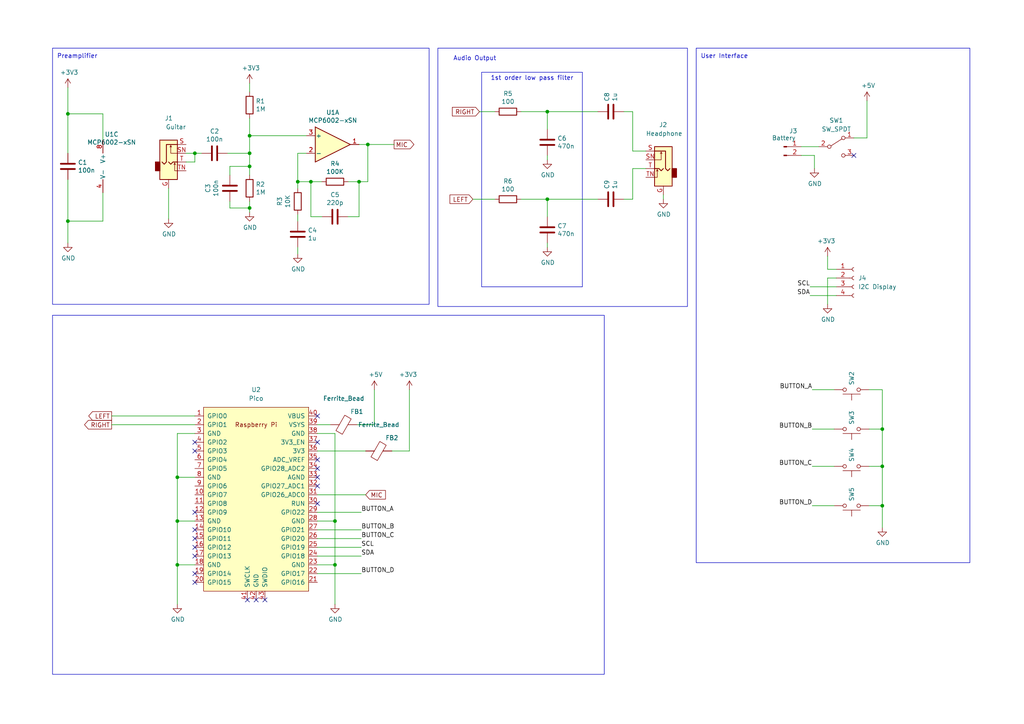
<source format=kicad_sch>
(kicad_sch (version 20230121) (generator eeschema)
  (paper "A4")
  (lib_symbols
    (symbol "Amplifier_Operational:MCP6002-xSN" (pin_names (offset 0.127))
      (property "Reference" "U" (at 0 5.08 0))
      (property "Value" "MCP6002-xSN" (at 0 -5.08 0))
      (symbol "MCP6002-xSN_1_1"
        (polyline (pts (xy -5.08 5.08) (xy 5.08 0) (xy -5.08 -5.08) (xy -5.08 5.08)) (stroke (width 0.254)) (fill (type background)))
        (pin output line (at 7.62 0 180) (length 2.54) (name "~") (number "1"))
        (pin input line (at -7.62 -2.54 0) (length 2.54) (name "-") (number "2"))
        (pin input line (at -7.62 2.54 0) (length 2.54) (name "+") (number "3"))
      )
      (symbol "MCP6002-xSN_2_1"
        (polyline (pts (xy -5.08 5.08) (xy 5.08 0) (xy -5.08 -5.08) (xy -5.08 5.08)) (stroke (width 0.254)) (fill (type background)))
        (pin input line (at -7.62 2.54 0) (length 2.54) (name "+") (number "5"))
        (pin input line (at -7.62 -2.54 0) (length 2.54) (name "-") (number "6"))
        (pin output line (at 7.62 0 180) (length 2.54) (name "~") (number "7"))
      )
      (symbol "MCP6002-xSN_3_1"
        (pin power_in line (at -2.54 -7.62 90) (length 3.81) (name "V-") (number "4"))
        (pin power_in line (at -2.54 7.62 270) (length 3.81) (name "V+") (number "8"))
      )
    )
    (symbol "Connector:Conn_01x04_Socket" (pin_names (offset 1.016) hide)
      (property "Reference" "J" (at 0 5.08 0))
      (property "Value" "Conn_01x04_Socket" (at 0 -7.62 0))
      (symbol "Conn_01x04_Socket_1_1"
        (arc (start 0 -4.572) (mid -0.5058 -5.08) (end 0 -5.588) (stroke (width 0.1524)))
        (arc (start 0 -2.032) (mid -0.5058 -2.54) (end 0 -3.048) (stroke (width 0.1524)))
        (polyline (pts (xy -1.27 -5.08) (xy -0.508 -5.08)) (stroke (width 0.1524)))
        (polyline (pts (xy -1.27 -2.54) (xy -0.508 -2.54)) (stroke (width 0.1524)))
        (polyline (pts (xy -1.27 0) (xy -0.508 0)) (stroke (width 0.1524)))
        (polyline (pts (xy -1.27 2.54) (xy -0.508 2.54)) (stroke (width 0.1524)))
        (arc (start 0 0.508) (mid -0.5058 0) (end 0 -0.508) (stroke (width 0.1524)))
        (arc (start 0 3.048) (mid -0.5058 2.54) (end 0 2.032) (stroke (width 0.1524)))
        (pin passive line (at -5.08 2.54 0) (length 3.81) (name "Pin_1") (number "1"))
        (pin passive line (at -5.08 0 0) (length 3.81) (name "Pin_2") (number "2"))
        (pin passive line (at -5.08 -2.54 0) (length 3.81) (name "Pin_3") (number "3"))
        (pin passive line (at -5.08 -5.08 0) (length 3.81) (name "Pin_4") (number "4"))
      )
    )
    (symbol "Device:C" (pin_numbers hide) (pin_names (offset 0.254))
      (property "Reference" "C" (at 0.635 2.54 0))
      (property "Value" "C" (at 0.635 -2.54 0))
      (symbol "C_0_1"
        (polyline (pts (xy -2.032 -0.762) (xy 2.032 -0.762)) (stroke (width 0.508)))
        (polyline (pts (xy -2.032 0.762) (xy 2.032 0.762)) (stroke (width 0.508)))
      )
      (symbol "C_1_1"
        (pin passive line (at 0 3.81 270) (length 2.794) (name "~") (number "1"))
        (pin passive line (at 0 -3.81 90) (length 2.794) (name "~") (number "2"))
      )
    )
    (symbol "Device:Ferrite_Bead" (pin_numbers hide) (pin_names (offset 0))
      (property "Reference" "FB" (at -3.81 0.635 90))
      (property "Value" "Device_Ferrite_Bead" (at 3.81 0 90))
      (symbol "Ferrite_Bead_0_1"
        (polyline (pts (xy 0 -1.27) (xy 0 -1.2192)))
        (polyline (pts (xy 0 1.27) (xy 0 1.2954)))
        (polyline (pts (xy -2.7686 0.4064) (xy -1.7018 2.2606) (xy 2.7686 -0.3048) (xy 1.6764 -2.159) (xy -2.7686 0.4064)))
      )
      (symbol "Ferrite_Bead_1_1"
        (pin passive line (at 0 3.81 270) (length 2.54) (name "~") (number "1"))
        (pin passive line (at 0 -3.81 90) (length 2.54) (name "~") (number "2"))
      )
    )
    (symbol "Device:R" (pin_numbers hide) (pin_names (offset 0))
      (property "Reference" "R" (at 2.032 0 90))
      (property "Value" "R" (at 0 0 90))
      (symbol "R_0_1"
        (rectangle (start -1.016 -2.54) (end 1.016 2.54) (stroke (width 0.254)))
      )
      (symbol "R_1_1"
        (pin passive line (at 0 3.81 270) (length 1.27) (name "~") (number "1"))
        (pin passive line (at 0 -3.81 90) (length 1.27) (name "~") (number "2"))
      )
    )
    (symbol "RADIO-rescue:AudioJack2_Ground_Switch-Connector"
      (property "Reference" "J" (at 0 11.43 0))
      (property "Value" "Connector_AudioJack2_Ground_Switch" (at 0 8.89 0))
      (symbol "AudioJack2_Ground_Switch-Connector_0_1"
        (rectangle (start -2.54 -2.54) (end -3.81 0) (stroke (width 0.254)) (fill (type outline)))
        (rectangle (start 2.54 6.35) (end -2.54 -5.08) (stroke (width 0.254)) (fill (type background)))
      )
      (symbol "AudioJack2_Ground_Switch-Connector_1_1"
        (polyline (pts (xy 0.635 4.826) (xy 0.889 4.318)))
        (polyline (pts (xy 1.778 -0.254) (xy 2.032 -0.762)))
        (polyline (pts (xy 0 0) (xy 0.635 -0.635) (xy 1.27 0) (xy 2.54 0)) (stroke (width 0.254)))
        (polyline (pts (xy 2.54 -2.54) (xy 1.778 -2.54) (xy 1.778 -0.254) (xy 1.524 -0.762)))
        (polyline (pts (xy 2.54 2.54) (xy 0.635 2.54) (xy 0.635 4.826) (xy 0.381 4.318)))
        (polyline (pts (xy 2.54 5.08) (xy -0.635 5.08) (xy -0.635 0) (xy -1.27 -0.635) (xy -1.905 0)) (stroke (width 0.254)))
        (pin passive line (at 0 -7.62 90) (length 2.54) (name "~") (number "G"))
        (pin passive line (at 5.08 5.08 180) (length 2.54) (name "~") (number "S"))
        (pin passive line (at 5.08 2.54 180) (length 2.54) (name "~") (number "SN"))
        (pin passive line (at 5.08 0 180) (length 2.54) (name "~") (number "T"))
        (pin passive line (at 5.08 -2.54 180) (length 2.54) (name "~") (number "TN"))
      )
    )
    (symbol "RADIO-rescue:Conn_01x02_Male-Connector" (pin_names (offset 1.016) hide)
      (property "Reference" "J" (at 0 2.54 0))
      (property "Value" "Connector_Conn_01x02_Male" (at 0 -5.08 0))
      (symbol "Conn_01x02_Male-Connector_1_1"
        (polyline (pts (xy 1.27 -2.54) (xy 0.8636 -2.54)) (stroke (width 0.1524)))
        (polyline (pts (xy 1.27 0) (xy 0.8636 0)) (stroke (width 0.1524)))
        (rectangle (start 0.8636 -2.413) (end 0 -2.667) (stroke (width 0.1524)) (fill (type outline)))
        (rectangle (start 0.8636 0.127) (end 0 -0.127) (stroke (width 0.1524)) (fill (type outline)))
        (pin passive line (at 5.08 0 180) (length 3.81) (name "Pin_1") (number "1"))
        (pin passive line (at 5.08 -2.54 180) (length 3.81) (name "Pin_2") (number "2"))
      )
    )
    (symbol "Switch:SW_Push" (pin_numbers hide) (pin_names (offset 1.016) hide)
      (property "Reference" "SW" (at 1.27 2.54 0))
      (property "Value" "SW_Push" (at 0 -1.524 0))
      (symbol "SW_Push_0_1"
        (circle (center -2.032 0) (radius 0.508))
        (polyline (pts (xy 0 1.27) (xy 0 3.048)))
        (polyline (pts (xy 2.54 1.27) (xy -2.54 1.27)))
        (circle (center 2.032 0) (radius 0.508))
        (pin passive line (at -5.08 0 0) (length 2.54) (name "1") (number "1"))
        (pin passive line (at 5.08 0 180) (length 2.54) (name "2") (number "2"))
      )
    )
    (symbol "Switch:SW_SPDT" (pin_names (offset 0) hide)
      (property "Reference" "SW" (at 0 4.318 0))
      (property "Value" "SW_SPDT" (at 0 -5.08 0))
      (symbol "SW_SPDT_0_0"
        (circle (center -2.032 0) (radius 0.508))
        (circle (center 2.032 -2.54) (radius 0.508))
      )
      (symbol "SW_SPDT_0_1"
        (polyline (pts (xy -1.524 0.254) (xy 1.651 2.286)))
        (circle (center 2.032 2.54) (radius 0.508))
      )
      (symbol "SW_SPDT_1_1"
        (pin passive line (at 5.08 2.54 180) (length 2.54) (name "A") (number "1"))
        (pin passive line (at -5.08 0 0) (length 2.54) (name "B") (number "2"))
        (pin passive line (at 5.08 -2.54 180) (length 2.54) (name "C") (number "3"))
      )
    )
    (symbol "pico:Pico" (pin_names (offset 1.016))
      (property "Reference" "U2" (at 0 29.21 0))
      (property "Value" "Pico" (at 0 16.51 0))
      (symbol "Pico_0_0"
        (text "Raspberry Pi" (at 0 21.59 0) (effects (font (size 1.27 1.27))))
      )
      (symbol "Pico_0_1"
        (rectangle (start -15.24 26.67) (end 15.24 -26.67) (fill (type background)))
      )
      (symbol "Pico_1_1"
        (pin bidirectional line (at -17.78 24.13 0) (length 2.54) (name "GPIO0") (number "1"))
        (pin bidirectional line (at -17.78 1.27 0) (length 2.54) (name "GPIO7") (number "10"))
        (pin bidirectional line (at -17.78 -1.27 0) (length 2.54) (name "GPIO8") (number "11"))
        (pin bidirectional line (at -17.78 -3.81 0) (length 2.54) (name "GPIO9") (number "12"))
        (pin power_in line (at -17.78 -6.35 0) (length 2.54) (name "GND") (number "13"))
        (pin bidirectional line (at -17.78 -8.89 0) (length 2.54) (name "GPIO10") (number "14"))
        (pin bidirectional line (at -17.78 -11.43 0) (length 2.54) (name "GPIO11") (number "15"))
        (pin bidirectional line (at -17.78 -13.97 0) (length 2.54) (name "GPIO12") (number "16"))
        (pin bidirectional line (at -17.78 -16.51 0) (length 2.54) (name "GPIO13") (number "17"))
        (pin power_in line (at -17.78 -19.05 0) (length 2.54) (name "GND") (number "18"))
        (pin bidirectional line (at -17.78 -21.59 0) (length 2.54) (name "GPIO14") (number "19"))
        (pin bidirectional line (at -17.78 21.59 0) (length 2.54) (name "GPIO1") (number "2"))
        (pin bidirectional line (at -17.78 -24.13 0) (length 2.54) (name "GPIO15") (number "20"))
        (pin bidirectional line (at 17.78 -24.13 180) (length 2.54) (name "GPIO16") (number "21"))
        (pin bidirectional line (at 17.78 -21.59 180) (length 2.54) (name "GPIO17") (number "22"))
        (pin power_in line (at 17.78 -19.05 180) (length 2.54) (name "GND") (number "23"))
        (pin bidirectional line (at 17.78 -16.51 180) (length 2.54) (name "GPIO18") (number "24"))
        (pin bidirectional line (at 17.78 -13.97 180) (length 2.54) (name "GPIO19") (number "25"))
        (pin bidirectional line (at 17.78 -11.43 180) (length 2.54) (name "GPIO20") (number "26"))
        (pin bidirectional line (at 17.78 -8.89 180) (length 2.54) (name "GPIO21") (number "27"))
        (pin power_in line (at 17.78 -6.35 180) (length 2.54) (name "GND") (number "28"))
        (pin bidirectional line (at 17.78 -3.81 180) (length 2.54) (name "GPIO22") (number "29"))
        (pin power_in line (at -17.78 19.05 0) (length 2.54) (name "GND") (number "3"))
        (pin input line (at 17.78 -1.27 180) (length 2.54) (name "RUN") (number "30"))
        (pin bidirectional line (at 17.78 1.27 180) (length 2.54) (name "GPIO26_ADC0") (number "31"))
        (pin bidirectional line (at 17.78 3.81 180) (length 2.54) (name "GPIO27_ADC1") (number "32"))
        (pin power_in line (at 17.78 6.35 180) (length 2.54) (name "AGND") (number "33"))
        (pin bidirectional line (at 17.78 8.89 180) (length 2.54) (name "GPIO28_ADC2") (number "34"))
        (pin unspecified line (at 17.78 11.43 180) (length 2.54) (name "ADC_VREF") (number "35"))
        (pin unspecified line (at 17.78 13.97 180) (length 2.54) (name "3V3") (number "36"))
        (pin input line (at 17.78 16.51 180) (length 2.54) (name "3V3_EN") (number "37"))
        (pin bidirectional line (at 17.78 19.05 180) (length 2.54) (name "GND") (number "38"))
        (pin unspecified line (at 17.78 21.59 180) (length 2.54) (name "VSYS") (number "39"))
        (pin bidirectional line (at -17.78 16.51 0) (length 2.54) (name "GPIO2") (number "4"))
        (pin unspecified line (at 17.78 24.13 180) (length 2.54) (name "VBUS") (number "40"))
        (pin input line (at -2.54 -29.21 90) (length 2.54) (name "SWCLK") (number "41"))
        (pin power_in line (at 0 -29.21 90) (length 2.54) (name "GND") (number "42"))
        (pin bidirectional line (at 2.54 -29.21 90) (length 2.54) (name "SWDIO") (number "43"))
        (pin bidirectional line (at -17.78 13.97 0) (length 2.54) (name "GPIO3") (number "5"))
        (pin bidirectional line (at -17.78 11.43 0) (length 2.54) (name "GPIO4") (number "6"))
        (pin bidirectional line (at -17.78 8.89 0) (length 2.54) (name "GPIO5") (number "7"))
        (pin power_in line (at -17.78 6.35 0) (length 2.54) (name "GND") (number "8"))
        (pin bidirectional line (at -17.78 3.81 0) (length 2.54) (name "GPIO6") (number "9"))
      )
    )
    (symbol "power:+3V3" (power) (pin_names (offset 0))
      (property "Value" "+3V3" (at 0 3.556 0))
      (symbol "+3V3_0_1"
        (polyline (pts (xy -0.762 1.27) (xy 0 2.54)))
        (polyline (pts (xy 0 0) (xy 0 2.54)))
        (polyline (pts (xy 0 2.54) (xy 0.762 1.27)))
      )
      (symbol "+3V3_1_1"
        (pin power_in line (at 0 0 90) (length 0) hide (name "+3V3") (number "1"))
      )
    )
    (symbol "power:+5V" (power) (pin_names (offset 0))
      (property "Value" "+5V" (at 0 3.556 0))
      (symbol "+5V_0_1"
        (polyline (pts (xy -0.762 1.27) (xy 0 2.54)))
        (polyline (pts (xy 0 0) (xy 0 2.54)))
        (polyline (pts (xy 0 2.54) (xy 0.762 1.27)))
      )
      (symbol "+5V_1_1"
        (pin power_in line (at 0 0 90) (length 0) hide (name "+5V") (number "1"))
      )
    )
    (symbol "power:GND" (power) (pin_names (offset 0))
      (property "Value" "GND" (at 0 -3.81 0))
      (symbol "GND_0_1"
        (polyline (pts (xy 0 0) (xy 0 -1.27) (xy 1.27 -1.27) (xy 0 -2.54) (xy -1.27 -1.27) (xy 0 -1.27)))
      )
      (symbol "GND_1_1"
        (pin power_in line (at 0 0 270) (length 0) hide (name "GND") (number "1"))
      )
    )
  )
  (junction (at 72.39 48.26))
  (junction (at 255.905 135.255))
  (junction (at 90.17 52.705))
  (junction (at 56.515 44.45))
  (junction (at 255.905 124.46))
  (junction (at 72.39 60.325))
  (junction (at 158.75 57.785))
  (junction (at 104.14 52.705))
  (junction (at 51.435 151.13))
  (junction (at 19.685 33.02))
  (junction (at 72.39 44.45))
  (junction (at 51.435 138.43))
  (junction (at 19.685 64.135))
  (junction (at 97.155 151.13))
  (junction (at 72.39 39.37))
  (junction (at 86.36 52.705))
  (junction (at 51.435 163.83))
  (junction (at 255.905 146.685))
  (junction (at 106.68 41.91))
  (junction (at 97.155 163.83))
  (junction (at 158.75 32.385))
  (no_connect (at 56.515 153.67))
  (no_connect (at 92.075 140.97))
  (no_connect (at 56.515 156.21))
  (no_connect (at 92.075 128.27))
  (no_connect (at 92.075 138.43))
  (no_connect (at 56.515 161.29))
  (no_connect (at 92.075 146.05))
  (no_connect (at 56.515 148.59))
  (no_connect (at 71.755 173.99))
  (no_connect (at 56.515 158.75))
  (no_connect (at 56.515 128.27))
  (no_connect (at 74.295 173.99))
  (no_connect (at 92.075 120.65))
  (no_connect (at 56.515 130.81))
  (no_connect (at 92.075 135.89))
  (no_connect (at 56.515 168.91))
  (no_connect (at 76.835 173.99))
  (no_connect (at 56.515 166.37))
  (no_connect (at 92.075 133.35))
  (no_connect (at 247.65 45.085))
  (wire (pts (xy 86.36 71.755) (xy 86.36 73.66)))
  (wire (pts (xy 240.03 78.105) (xy 242.57 78.105)))
  (wire (pts (xy 48.895 54.61) (xy 48.895 63.5)))
  (wire (pts (xy 158.75 57.785) (xy 173.355 57.785)))
  (wire (pts (xy 255.905 113.03) (xy 255.905 124.46)))
  (wire (pts (xy 106.68 41.91) (xy 114.3 41.91)))
  (wire (pts (xy 90.17 62.865) (xy 90.17 52.705)))
  (wire (pts (xy 187.325 43.815) (xy 183.515 43.815)))
  (polyline (pts (xy 139.7 20.955) (xy 168.91 20.955)))
  (wire (pts (xy 86.36 52.705) (xy 86.36 44.45)))
  (wire (pts (xy 100.965 62.865) (xy 104.14 62.865)))
  (wire (pts (xy 66.04 44.45) (xy 72.39 44.45)))
  (wire (pts (xy 242.57 80.645) (xy 240.03 80.645)))
  (wire (pts (xy 92.075 143.51) (xy 106.045 143.51)))
  (wire (pts (xy 92.075 158.75) (xy 104.775 158.75)))
  (polyline (pts (xy 139.7 83.185) (xy 168.91 83.185)))
  (wire (pts (xy 72.39 34.29) (xy 72.39 39.37)))
  (wire (pts (xy 158.75 45.085) (xy 158.75 46.355)))
  (polyline (pts (xy 168.91 83.185) (xy 168.91 20.955)))
  (wire (pts (xy 118.745 130.81) (xy 118.745 113.03)))
  (wire (pts (xy 139.065 32.385) (xy 143.51 32.385)))
  (wire (pts (xy 92.075 130.81) (xy 106.045 130.81)))
  (wire (pts (xy 92.075 156.21) (xy 104.775 156.21)))
  (wire (pts (xy 232.41 42.545) (xy 237.49 42.545)))
  (wire (pts (xy 151.13 57.785) (xy 158.75 57.785)))
  (wire (pts (xy 72.39 48.26) (xy 72.39 50.8)))
  (wire (pts (xy 56.515 125.73) (xy 51.435 125.73)))
  (wire (pts (xy 192.405 56.515) (xy 192.405 57.785)))
  (wire (pts (xy 92.075 166.37) (xy 104.775 166.37)))
  (wire (pts (xy 151.13 32.385) (xy 158.75 32.385)))
  (wire (pts (xy 234.95 85.725) (xy 242.57 85.725)))
  (wire (pts (xy 51.435 151.13) (xy 51.435 163.83)))
  (wire (pts (xy 19.685 25.4) (xy 19.685 33.02)))
  (wire (pts (xy 92.075 161.29) (xy 104.775 161.29)))
  (wire (pts (xy 235.585 113.03) (xy 241.935 113.03)))
  (wire (pts (xy 32.385 120.65) (xy 56.515 120.65)))
  (wire (pts (xy 66.675 58.42) (xy 66.675 60.325)))
  (wire (pts (xy 92.075 123.19) (xy 95.885 123.19)))
  (wire (pts (xy 97.155 151.13) (xy 97.155 163.83)))
  (wire (pts (xy 92.075 125.73) (xy 97.155 125.73)))
  (wire (pts (xy 56.515 163.83) (xy 51.435 163.83)))
  (wire (pts (xy 183.515 48.895) (xy 183.515 57.785)))
  (wire (pts (xy 235.585 135.255) (xy 241.935 135.255)))
  (wire (pts (xy 255.905 146.685) (xy 252.095 146.685)))
  (wire (pts (xy 251.46 29.21) (xy 251.46 40.005)))
  (wire (pts (xy 29.845 55.88) (xy 29.845 64.135)))
  (wire (pts (xy 19.685 33.02) (xy 19.685 44.45)))
  (wire (pts (xy 187.325 48.895) (xy 183.515 48.895)))
  (polyline (pts (xy 139.7 20.955) (xy 139.7 83.185)))
  (wire (pts (xy 66.675 50.8) (xy 66.675 48.26)))
  (wire (pts (xy 252.095 113.03) (xy 255.905 113.03)))
  (wire (pts (xy 234.95 83.185) (xy 242.57 83.185)))
  (wire (pts (xy 51.435 125.73) (xy 51.435 138.43)))
  (wire (pts (xy 86.36 62.23) (xy 86.36 64.135)))
  (wire (pts (xy 240.03 80.645) (xy 240.03 88.265)))
  (wire (pts (xy 56.515 46.99) (xy 56.515 44.45)))
  (wire (pts (xy 252.095 135.255) (xy 255.905 135.255)))
  (wire (pts (xy 183.515 43.815) (xy 183.515 32.385)))
  (wire (pts (xy 53.975 46.99) (xy 56.515 46.99)))
  (wire (pts (xy 32.385 123.19) (xy 56.515 123.19)))
  (wire (pts (xy 66.675 48.26) (xy 72.39 48.26)))
  (wire (pts (xy 104.14 62.865) (xy 104.14 52.705)))
  (wire (pts (xy 104.14 41.91) (xy 106.68 41.91)))
  (wire (pts (xy 236.22 45.085) (xy 236.22 48.895)))
  (wire (pts (xy 72.39 58.42) (xy 72.39 60.325)))
  (wire (pts (xy 106.68 52.705) (xy 106.68 41.91)))
  (wire (pts (xy 92.075 153.67) (xy 104.775 153.67)))
  (wire (pts (xy 72.39 60.325) (xy 72.39 61.595)))
  (wire (pts (xy 51.435 163.83) (xy 51.435 175.26)))
  (wire (pts (xy 100.965 52.705) (xy 104.14 52.705)))
  (wire (pts (xy 66.675 60.325) (xy 72.39 60.325)))
  (wire (pts (xy 240.03 74.295) (xy 240.03 78.105)))
  (wire (pts (xy 255.905 124.46) (xy 255.905 135.255)))
  (wire (pts (xy 235.585 146.685) (xy 241.935 146.685)))
  (wire (pts (xy 92.075 151.13) (xy 97.155 151.13)))
  (wire (pts (xy 108.585 113.03) (xy 108.585 123.19)))
  (wire (pts (xy 137.16 57.785) (xy 143.51 57.785)))
  (wire (pts (xy 29.845 40.64) (xy 29.845 33.02)))
  (wire (pts (xy 72.39 44.45) (xy 72.39 48.26)))
  (wire (pts (xy 97.155 163.83) (xy 97.155 175.26)))
  (wire (pts (xy 180.975 57.785) (xy 183.515 57.785)))
  (wire (pts (xy 90.17 52.705) (xy 86.36 52.705)))
  (wire (pts (xy 113.665 130.81) (xy 118.745 130.81)))
  (wire (pts (xy 232.41 45.085) (xy 236.22 45.085)))
  (wire (pts (xy 255.905 135.255) (xy 255.905 146.685)))
  (wire (pts (xy 56.515 151.13) (xy 51.435 151.13)))
  (wire (pts (xy 19.685 64.135) (xy 19.685 70.485)))
  (wire (pts (xy 19.685 52.07) (xy 19.685 64.135)))
  (wire (pts (xy 86.36 44.45) (xy 88.9 44.45)))
  (wire (pts (xy 158.75 32.385) (xy 158.75 37.465)))
  (wire (pts (xy 53.975 44.45) (xy 56.515 44.45)))
  (wire (pts (xy 72.39 24.13) (xy 72.39 26.67)))
  (wire (pts (xy 247.65 40.005) (xy 251.46 40.005)))
  (wire (pts (xy 158.75 70.485) (xy 158.75 71.755)))
  (wire (pts (xy 158.75 57.785) (xy 158.75 62.865)))
  (wire (pts (xy 255.905 146.685) (xy 255.905 153.035)))
  (wire (pts (xy 29.845 33.02) (xy 19.685 33.02)))
  (wire (pts (xy 108.585 123.19) (xy 103.505 123.19)))
  (wire (pts (xy 72.39 39.37) (xy 88.9 39.37)))
  (wire (pts (xy 92.075 163.83) (xy 97.155 163.83)))
  (wire (pts (xy 86.36 52.705) (xy 86.36 54.61)))
  (wire (pts (xy 51.435 138.43) (xy 51.435 151.13)))
  (wire (pts (xy 56.515 44.45) (xy 58.42 44.45)))
  (wire (pts (xy 93.345 52.705) (xy 90.17 52.705)))
  (wire (pts (xy 92.075 148.59) (xy 104.775 148.59)))
  (wire (pts (xy 93.345 62.865) (xy 90.17 62.865)))
  (wire (pts (xy 29.845 64.135) (xy 19.685 64.135)))
  (wire (pts (xy 252.095 124.46) (xy 255.905 124.46)))
  (wire (pts (xy 158.75 32.385) (xy 173.355 32.385)))
  (wire (pts (xy 97.155 125.73) (xy 97.155 151.13)))
  (wire (pts (xy 235.585 124.46) (xy 241.935 124.46)))
  (wire (pts (xy 180.975 32.385) (xy 183.515 32.385)))
  (wire (pts (xy 72.39 39.37) (xy 72.39 44.45)))
  (wire (pts (xy 56.515 138.43) (xy 51.435 138.43)))
  (wire (pts (xy 104.14 52.705) (xy 106.68 52.705)))
  (rectangle (start 15.24 13.97) (end 124.46 88.265))
  (rectangle (start 127 13.97) (end 199.39 88.9))
  (rectangle (start 15.24 91.44) (end 175.26 195.58))
  (rectangle (start 201.93 13.97) (end 281.305 163.195))
  (text "Preamplifier" (at 16.51 17.145 0) (effects (font (size 1.27 1.27)) (justify left bottom)))
  (text "Audio Output" (at 131.445 17.78 0) (effects (font (size 1.27 1.27)) (justify left bottom)))
  (text "User Interface" (at 203.2 17.145 0) (effects (font (size 1.27 1.27)) (justify left bottom)))
  (text "1st order low pass filter" (at 166.37 23.495 0) (effects (font (size 1.27 1.27)) (justify right bottom)))
  (label "BUTTON_B" (at 104.775 153.67 0))
  (label "BUTTON_D" (at 104.775 166.37 0))
  (label "BUTTON_C" (at 104.775 156.21 0))
  (label "BUTTON_C" (at 235.585 135.255 180))
  (label "SDA" (at 104.775 161.29 0))
  (label "SCL" (at 104.775 158.75 0))
  (label "SDA" (at 234.95 85.725 180))
  (label "BUTTON_A" (at 104.775 148.59 0))
  (label "BUTTON_D" (at 235.585 146.685 180))
  (label "SCL" (at 234.95 83.185 180))
  (label "BUTTON_B" (at 235.585 124.46 180))
  (label "BUTTON_A" (at 235.585 113.03 180))
  (global_label "LEFT" (shape output) (at 32.385 120.65 180) (property "Intersheetrefs" "${INTERSHEET_REFS}" (effects hide)))
  (global_label "MIC" (shape input) (at 106.045 143.51 0) (property "Intersheetrefs" "${INTERSHEET_REFS}" (effects hide)))
  (global_label "RIGHT" (shape input) (at 139.065 32.385 180) (property "Intersheetrefs" "${INTERSHEET_REFS}" (effects hide)))
  (global_label "MIC" (shape output) (at 114.3 41.91 0) (property "Intersheetrefs" "${INTERSHEET_REFS}" (effects hide)))
  (global_label "RIGHT" (shape output) (at 32.385 123.19 180) (property "Intersheetrefs" "${INTERSHEET_REFS}" (effects hide)))
  (global_label "LEFT" (shape input) (at 137.16 57.785 180) (property "Intersheetrefs" "${INTERSHEET_REFS}" (effects hide)))
  (symbol (lib_id "power:GND") (at 255.905 153.035 0) (unit 1)
    (property "Reference" "#PWR018" (effects hide))
    (property "Value" "GND" (at 256.032 157.4292 0))
  )
  (symbol (lib_id "Connector:Conn_01x04_Socket") (at 247.65 80.645 0) (unit 1)
    (property "Reference" "J4" (at 248.92 80.645 0) (effects (justify left)))
    (property "Value" "I2C Display" (at 248.92 83.185 0) (effects (justify left)))
    (property "Footprint" "things:SDD1306" (effects hide))
  )
  (symbol (lib_id "Switch:SW_SPDT") (at 242.57 42.545 0) (unit 1)
    (property "Reference" "SW1" (at 242.57 34.925 0))
    (property "Value" "SW_SPDT" (at 242.57 37.465 0))
    (property "Footprint" "Button_Switch_THT:SW_Slide_1P2T_CK_OS102011MS2Q" (effects hide))
  )
  (symbol (lib_id "power:+5V") (at 108.585 113.03 0) (unit 1)
    (property "Reference" "#PWR09" (effects hide))
    (property "Value" "+5V" (at 108.966 108.6358 0))
  )
  (symbol (lib_id "power:GND") (at 192.405 57.785 0) (unit 1)
    (property "Reference" "#PWR013" (effects hide))
    (property "Value" "GND" (at 192.532 62.1792 0))
  )
  (symbol (lib_id "Device:C") (at 97.155 62.865 90) (unit 1)
    (property "Reference" "C5" (at 97.155 56.4896 90))
    (property "Value" "220p" (at 97.155 58.801 90))
    (property "Footprint" "Capacitor_SMD:C_0805_2012Metric" (effects hide))
  )
  (symbol (lib_id "Amplifier_Operational:MCP6002-xSN") (at 96.52 41.91 0) (unit 1)
    (property "Reference" "U1" (at 96.52 32.6136 0))
    (property "Value" "MCP6002-xSN" (at 96.52 34.925 0))
    (property "Footprint" "Package_SO:SOIC-8_3.9x4.9mm_P1.27mm" (effects hide))
    (property "Datasheet" "http://ww1.microchip.com/downloads/en/DeviceDoc/21733j.pdf" (effects hide))
  )
  (symbol (lib_id "Device:R") (at 72.39 54.61 0) (unit 1)
    (property "Reference" "R2" (at 74.168 53.467 0) (effects (justify left)))
    (property "Value" "1M" (at 74.168 55.753 0) (effects (justify left)))
    (property "Footprint" "Resistor_SMD:R_0805_2012Metric" (effects hide))
  )
  (symbol (lib_id "power:GND") (at 19.685 70.485 0) (unit 1)
    (property "Reference" "#PWR02" (effects hide))
    (property "Value" "GND" (at 19.812 74.8792 0))
  )
  (symbol (lib_id "Device:R") (at 147.32 57.785 90) (unit 1)
    (property "Reference" "R6" (at 147.32 52.5526 90))
    (property "Value" "100" (at 147.32 54.864 90))
    (property "Footprint" "Resistor_SMD:R_0805_2012Metric" (effects hide))
  )
  (symbol (lib_id "Switch:SW_Push") (at 247.015 124.46 180) (unit 1)
    (property "Reference" "SW3" (at 247.015 123.19 90) (effects (justify right)))
    (property "Value" "SW_Push" (effects hide))
    (property "Footprint" "Button_Switch_THT:SW_Tactile_Straight_KSA0Axx1LFTR" (effects hide))
  )
  (symbol (lib_id "power:GND") (at 240.03 88.265 0) (unit 1)
    (property "Reference" "#PWR016" (effects hide))
    (property "Value" "GND" (at 240.157 92.6592 0))
  )
  (symbol (lib_id "power:GND") (at 86.36 73.66 0) (unit 1)
    (property "Reference" "#PWR07" (effects hide))
    (property "Value" "GND" (at 86.487 78.0542 0))
  )
  (symbol (lib_id "power:GND") (at 72.39 61.595 0) (unit 1)
    (property "Reference" "#PWR06" (effects hide))
    (property "Value" "GND" (at 72.517 65.9892 0))
  )
  (symbol (lib_id "Device:C") (at 177.165 57.785 90) (unit 1)
    (property "Reference" "C9" (at 176.022 54.864 0) (effects (justify left)))
    (property "Value" "1u" (at 178.308 54.864 0) (effects (justify left)))
    (property "Footprint" "Capacitor_SMD:C_0805_2012Metric" (effects hide))
  )
  (symbol (lib_id "Device:C") (at 158.75 41.275 0) (unit 1)
    (property "Reference" "C6" (at 161.671 40.132 0) (effects (justify left)))
    (property "Value" "470n" (at 161.671 42.418 0) (effects (justify left)))
    (property "Footprint" "Capacitor_SMD:C_0805_2012Metric" (effects hide))
  )
  (symbol (lib_id "Device:R") (at 72.39 30.48 0) (unit 1)
    (property "Reference" "R1" (at 74.168 29.337 0) (effects (justify left)))
    (property "Value" "1M" (at 74.168 31.623 0) (effects (justify left)))
    (property "Footprint" "Resistor_SMD:R_0805_2012Metric" (effects hide))
  )
  (symbol (lib_id "Device:C") (at 158.75 66.675 0) (unit 1)
    (property "Reference" "C7" (at 161.671 65.532 0) (effects (justify left)))
    (property "Value" "470n" (at 161.671 67.818 0) (effects (justify left)))
    (property "Footprint" "Capacitor_SMD:C_0805_2012Metric" (effects hide))
  )
  (symbol (lib_id "power:GND") (at 158.75 71.755 0) (unit 1)
    (property "Reference" "#PWR012" (effects hide))
    (property "Value" "GND" (at 158.877 76.1492 0))
  )
  (symbol (lib_id "power:+3V3") (at 72.39 24.13 0) (unit 1)
    (property "Reference" "#PWR05" (effects hide))
    (property "Value" "+3V3" (at 72.771 19.7358 0))
  )
  (symbol (lib_id "power:GND") (at 51.435 175.26 0) (unit 1)
    (property "Reference" "#PWR04" (effects hide))
    (property "Value" "GND" (at 51.562 179.6542 0))
  )
  (symbol (lib_id "power:+3V3") (at 118.745 113.03 0) (mirror y) (unit 1)
    (property "Reference" "#PWR010" (effects hide))
    (property "Value" "+3V3" (at 118.364 108.6358 0))
  )
  (symbol (lib_id "RADIO-rescue:AudioJack2_Ground_Switch-Connector") (at 48.895 46.99 0) (unit 1)
    (property "Reference" "J1" (at 50.165 34.29 0) (effects (justify right)))
    (property "Value" "Guitar" (at 53.975 36.83 0) (effects (justify right)))
    (property "Footprint" "things:jack3.5mm switched" (effects hide))
  )
  (symbol (lib_id "Switch:SW_Push") (at 247.015 146.685 180) (unit 1)
    (property "Reference" "SW5" (at 247.015 145.415 90) (effects (justify right)))
    (property "Value" "SW_Push" (effects hide))
    (property "Footprint" "Button_Switch_THT:SW_Tactile_Straight_KSA0Axx1LFTR" (effects hide))
  )
  (symbol (lib_id "Device:C") (at 62.23 44.45 90) (unit 1)
    (property "Reference" "C2" (at 62.23 38.0746 90))
    (property "Value" "100n" (at 62.23 40.386 90))
    (property "Footprint" "Capacitor_SMD:C_0805_2012Metric" (effects hide))
  )
  (symbol (lib_id "power:GND") (at 48.895 63.5 0) (unit 1)
    (property "Reference" "#PWR03" (effects hide))
    (property "Value" "GND" (at 49.022 67.8942 0))
  )
  (symbol (lib_id "Device:C") (at 19.685 48.26 0) (unit 1)
    (property "Reference" "C1" (at 22.606 47.117 0) (effects (justify left)))
    (property "Value" "100n" (at 22.606 49.403 0) (effects (justify left)))
    (property "Footprint" "Capacitor_SMD:C_0805_2012Metric" (effects hide))
  )
  (symbol (lib_id "power:GND") (at 97.155 175.26 0) (unit 1)
    (property "Reference" "#PWR08" (effects hide))
    (property "Value" "GND" (at 97.282 179.6542 0))
  )
  (symbol (lib_id "Device:R") (at 97.155 52.705 90) (unit 1)
    (property "Reference" "R4" (at 97.155 47.4726 90))
    (property "Value" "100K" (at 97.155 49.784 90))
    (property "Footprint" "Resistor_SMD:R_0805_2012Metric" (effects hide))
  )
  (symbol (lib_id "pico:Pico") (at 74.295 144.78 0) (unit 1)
    (property "Reference" "U2" (at 74.295 113.03 0))
    (property "Value" "Pico" (at 74.295 115.57 0))
    (property "Footprint" "things:RPi_Pico_SMD_TH" (effects hide))
  )
  (symbol (lib_id "Device:Ferrite_Bead") (at 109.855 130.81 90) (unit 1)
    (property "Reference" "FB2" (at 113.665 127 90))
    (property "Value" "Ferrite_Bead" (at 109.855 123.19 90))
    (property "Footprint" "Inductor_SMD:L_0805_2012Metric" (effects hide))
  )
  (symbol (lib_id "RADIO-rescue:Conn_01x02_Male-Connector") (at 227.33 42.545 0) (unit 1)
    (property "Reference" "J3" (at 230.0732 37.9984 0))
    (property "Value" "Battery" (at 227.33 40.005 0))
    (property "Footprint" "Connector_PinHeader_2.54mm:PinHeader_1x02_P2.54mm_Vertical" (effects hide))
  )
  (symbol (lib_id "RADIO-rescue:AudioJack2_Ground_Switch-Connector") (at 192.405 48.895 0) (mirror y) (unit 1)
    (property "Reference" "J2" (at 191.135 36.195 0) (effects (justify right)))
    (property "Value" "Headphone" (at 187.325 38.735 0) (effects (justify right)))
    (property "Footprint" "things:jack3.5mm switched" (effects hide))
  )
  (symbol (lib_id "power:GND") (at 158.75 46.355 0) (unit 1)
    (property "Reference" "#PWR011" (effects hide))
    (property "Value" "GND" (at 158.877 50.7492 0))
  )
  (symbol (lib_id "Device:Ferrite_Bead") (at 99.695 123.19 90) (unit 1)
    (property "Reference" "FB1" (at 103.505 119.38 90))
    (property "Value" "Ferrite_Bead" (at 99.695 115.57 90))
    (property "Footprint" "Inductor_SMD:L_0805_2012Metric" (effects hide))
  )
  (symbol (lib_id "Switch:SW_Push") (at 247.015 135.255 180) (unit 1)
    (property "Reference" "SW4" (at 247.015 133.985 90) (effects (justify right)))
    (property "Value" "SW_Push" (effects hide))
    (property "Footprint" "Button_Switch_THT:SW_Tactile_Straight_KSA0Axx1LFTR" (effects hide))
  )
  (symbol (lib_id "Switch:SW_Push") (at 247.015 113.03 180) (unit 1)
    (property "Reference" "SW2" (at 247.015 111.76 90) (effects (justify right)))
    (property "Value" "SW_Push" (effects hide))
    (property "Footprint" "Button_Switch_THT:SW_Tactile_Straight_KSA0Axx1LFTR" (effects hide))
  )
  (symbol (lib_id "Amplifier_Operational:MCP6002-xSN") (at 32.385 48.26 0) (unit 3)
    (property "Reference" "U1" (at 32.385 38.9636 0))
    (property "Value" "MCP6002-xSN" (at 32.385 41.275 0))
    (property "Footprint" "Package_SO:SOIC-8_3.9x4.9mm_P1.27mm" (effects hide))
    (property "Datasheet" "http://ww1.microchip.com/downloads/en/DeviceDoc/21733j.pdf" (effects hide))
  )
  (symbol (lib_id "Device:C") (at 177.165 32.385 90) (unit 1)
    (property "Reference" "C8" (at 176.022 29.464 0) (effects (justify left)))
    (property "Value" "1u" (at 178.308 29.464 0) (effects (justify left)))
    (property "Footprint" "Capacitor_SMD:C_0805_2012Metric" (effects hide))
  )
  (symbol (lib_id "Device:R") (at 86.36 58.42 180) (unit 1)
    (property "Reference" "R3" (at 81.1276 58.42 90))
    (property "Value" "10K" (at 83.439 58.42 90))
    (property "Footprint" "Resistor_SMD:R_0805_2012Metric" (effects hide))
  )
  (symbol (lib_id "Device:C") (at 66.675 54.61 180) (unit 1)
    (property "Reference" "C3" (at 60.2996 54.61 90))
    (property "Value" "100n" (at 62.611 54.61 90))
    (property "Footprint" "Capacitor_SMD:C_0805_2012Metric" (effects hide))
  )
  (symbol (lib_id "power:+3V3") (at 240.03 74.295 0) (mirror y) (unit 1)
    (property "Reference" "#PWR015" (effects hide))
    (property "Value" "+3V3" (at 239.649 69.9008 0))
  )
  (symbol (lib_id "power:+5V") (at 251.46 29.21 0) (unit 1)
    (property "Reference" "#PWR017" (effects hide))
    (property "Value" "+5V" (at 251.841 24.8158 0))
  )
  (symbol (lib_id "Device:R") (at 147.32 32.385 90) (unit 1)
    (property "Reference" "R5" (at 147.32 27.1526 90))
    (property "Value" "100" (at 147.32 29.464 90))
    (property "Footprint" "Resistor_SMD:R_0805_2012Metric" (effects hide))
  )
  (symbol (lib_id "Device:C") (at 86.36 67.945 0) (unit 1)
    (property "Reference" "C4" (at 89.281 66.802 0) (effects (justify left)))
    (property "Value" "1u" (at 89.281 69.088 0) (effects (justify left)))
    (property "Footprint" "Capacitor_SMD:C_0805_2012Metric" (effects hide))
  )
  (symbol (lib_id "power:GND") (at 236.22 48.895 0) (unit 1)
    (property "Reference" "#PWR014" (effects hide))
    (property "Value" "GND" (at 236.347 53.2892 0))
  )
  (symbol (lib_id "power:+3V3") (at 19.685 25.4 0) (unit 1)
    (property "Reference" "#PWR01" (effects hide))
    (property "Value" "+3V3" (at 20.066 21.0058 0))
  )
)
</source>
